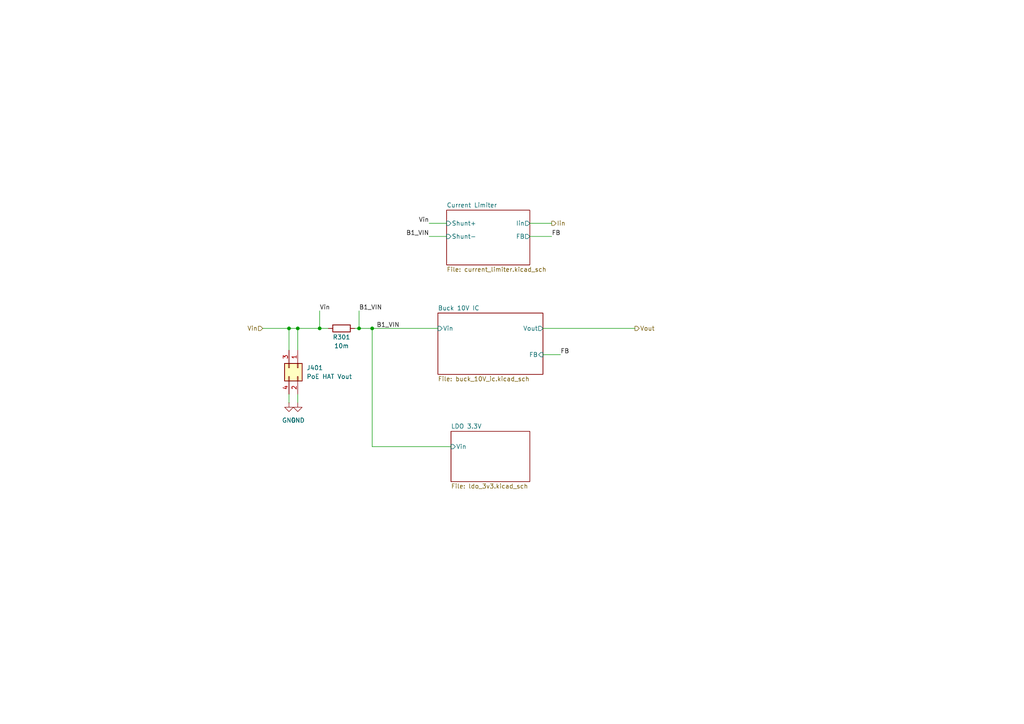
<source format=kicad_sch>
(kicad_sch (version 20250114) (generator "eeschema") (generator_version "9.0")
  (paper "A4")
  (title_block (title "HALPI2") (date "2025-01-26") (rev "v0.0.1") (company "Hat Labs Oy") (comment 1 "https://ohwr.org/cern_ohl_s_v2.pdf") (comment 2 "To view a copy of this license, visit ") (comment 3 "HALPI2 is licensed under CERN-OHL-S v2."))
  (lib_symbols
    (symbol "Connector_Generic:Conn_02x02_Odd_Even" (pin_names (offset 1.016) (hide yes))
      (property "Reference" "J" (at 1.27 2.54 0))
      (property "Value" "Conn_02x02_Odd_Even" (at 1.27 -5.08 0))
      (symbol "Conn_02x02_Odd_Even_1_1"
        (rectangle (start -1.27 1.27) (end 3.81 -3.81) (stroke (width 0.254)) (fill (type background)))
        (rectangle (start -1.27 0.127) (end 0 -0.127) (stroke (width 0.1524)))
        (rectangle (start -1.27 -2.413) (end 0 -2.667) (stroke (width 0.1524)))
        (rectangle (start 3.81 0.127) (end 2.54 -0.127) (stroke (width 0.1524)))
        (rectangle (start 3.81 -2.413) (end 2.54 -2.667) (stroke (width 0.1524)))
        (pin passive line (at -5.08 0 0) (length 3.81) (name "Pin_1") (number "1"))
        (pin passive line (at -5.08 -2.54 0) (length 3.81) (name "Pin_3") (number "3"))
        (pin passive line (at 7.62 0 180) (length 3.81) (name "Pin_2") (number "2"))
        (pin passive line (at 7.62 -2.54 180) (length 3.81) (name "Pin_4") (number "4"))
      )
    )
    (symbol "Device:R" (pin_numbers (hide yes)) (pin_names (offset 0))
      (property "Reference" "R" (at 2.032 0 90))
      (property "Value" "R" (at 0 0 90))
      (symbol "R_0_1"
        (rectangle (start -1.016 -2.54) (end 1.016 2.54) (stroke (width 0.254)))
      )
      (symbol "R_1_1"
        (pin passive line (at 0 3.81 270) (length 1.27) (name "~") (number "1"))
        (pin passive line (at 0 -3.81 90) (length 1.27) (name "~") (number "2"))
      )
    )
    (symbol "power:GND" (power) (pin_numbers (hide yes)) (pin_names (offset 0) (hide yes))
      (property "Value" "GND" (at 0 -3.81 0))
      (symbol "GND_0_1"
        (polyline (pts (xy 0 0) (xy 0 -1.27) (xy 1.27 -1.27) (xy 0 -2.54) (xy -1.27 -1.27) (xy 0 -1.27)))
      )
      (symbol "GND_1_1"
        (pin power_in line (at 0 0 270) (length 0) (name "~") (number "1"))
      )
    )
  )
  (junction (at 83.82 95.25))
  (junction (at 107.95 95.25))
  (junction (at 92.71 95.25))
  (junction (at 86.36 95.25))
  (junction (at 104.14 95.25))
  (wire (pts (xy 92.71 90.17) (xy 92.71 95.25)))
  (wire (pts (xy 104.14 95.25) (xy 107.95 95.25)))
  (wire (pts (xy 76.2 95.25) (xy 83.82 95.25)))
  (wire (pts (xy 83.82 114.3) (xy 83.82 116.84)))
  (wire (pts (xy 83.82 95.25) (xy 83.82 101.6)))
  (wire (pts (xy 157.48 95.25) (xy 184.15 95.25)))
  (wire (pts (xy 83.82 95.25) (xy 86.36 95.25)))
  (wire (pts (xy 107.95 129.54) (xy 130.81 129.54)))
  (wire (pts (xy 124.46 68.58) (xy 129.54 68.58)))
  (wire (pts (xy 86.36 95.25) (xy 86.36 101.6)))
  (wire (pts (xy 107.95 95.25) (xy 127 95.25)))
  (wire (pts (xy 107.95 129.54) (xy 107.95 95.25)))
  (wire (pts (xy 92.71 95.25) (xy 95.25 95.25)))
  (wire (pts (xy 124.46 64.77) (xy 129.54 64.77)))
  (wire (pts (xy 104.14 90.17) (xy 104.14 95.25)))
  (wire (pts (xy 153.67 68.58) (xy 160.02 68.58)))
  (wire (pts (xy 86.36 95.25) (xy 92.71 95.25)))
  (wire (pts (xy 157.48 102.87) (xy 162.56 102.87)))
  (wire (pts (xy 102.87 95.25) (xy 104.14 95.25)))
  (wire (pts (xy 86.36 114.3) (xy 86.36 116.84)))
  (wire (pts (xy 153.67 64.77) (xy 160.02 64.77)))
  (label "B1_VIN" (at 124.46 68.58 180))
  (label "B1_VIN" (at 104.14 90.17 0))
  (label "FB" (at 160.02 68.58 0))
  (label "Vin" (at 124.46 64.77 180))
  (label "FB" (at 162.56 102.87 0))
  (label "Vin" (at 92.71 90.17 0))
  (label "B1_VIN" (at 109.22 95.25 0))
  (hierarchical_label "Vout" (shape output) (at 184.15 95.25 0))
  (hierarchical_label "Iin" (shape output) (at 160.02 64.77 0))
  (hierarchical_label "Vin" (shape input) (at 76.2 95.25 180))
  (symbol (lib_id "Device:R") (at 99.06 95.25 270) (unit 1)
    (property "Reference" "R401" (at 99.06 97.79 90))
    (property "Value" "10m" (at 99.06 100.33 90))
    (property "Footprint" "Resistor_SMD:R_1206_3216Metric" (effects (hide yes)))
    (property "Description" "Resistor" (effects (hide yes)))
    (property "LCSC" "C105362" (effects (hide yes)))
    (instances (project "SH-RPi" (path "" (reference "R301") (unit 1))) (project "HALPI2" (path "" (reference "R401") (unit 1))))
  )
  (symbol (lib_id "Connector_Generic:Conn_02x02_Odd_Even") (at 86.36 106.68 270) (unit 1)
    (property "Reference" "J401" (at 88.9 106.6799 90) (effects (justify left)))
    (property "Value" "PoE HAT Vout" (at 88.9 109.2199 90) (effects (justify left)))
    (property "Footprint" "Connector_PinSocket_2.54mm:PinSocket_2x02_P2.54mm_Vertical" (effects (hide yes)))
    (property "Description" "Generic connector, double row, 02x02, odd/even pin numbering scheme (row 1 odd numbers, row 2 even numbers), script generated (kicad-library-utils/schlib/autogen/connector/)" (effects (hide yes)))
    (property "LCSC" "C2977590" (effects (hide yes)))
  )
  (symbol (lib_id "power:GND") (at 83.82 116.84 0) (unit 1)
    (property "Reference" "#PWR0401" (effects (hide yes)))
    (property "Value" "GND" (at 83.82 121.92 0))
    (property "Description" "Power symbol creates a global label with name \"GND\" , ground" (effects (hide yes)))
  )
  (symbol (lib_id "power:GND") (at 86.36 116.84 0) (unit 1)
    (property "Reference" "#PWR0402" (effects (hide yes)))
    (property "Value" "GND" (at 86.36 121.92 0))
    (property "Description" "Power symbol creates a global label with name \"GND\" , ground" (effects (hide yes)))
  )
  (sheet (at 130.81 125.095) (size 22.86 14.605) (stroke (width 0.1524))
    (property "Sheetname" "LDO 3.3V" (at 130.81 124.3834 0) (effects (justify left bottom)))
    (property "Sheetfile" "ldo_3v3.kicad_sch" (at 130.81 140.2846 0) (effects (justify left top)))
    (pin "Vin" input (at 130.81 129.54 180))
  )
  (sheet (at 127 90.805) (size 30.48 17.78) (stroke (width 0.1524))
    (property "Sheetname" "Buck 10V IC" (at 127 90.0934 0) (effects (justify left bottom)))
    (property "Sheetfile" "buck_10V_ic.kicad_sch" (at 127 109.1696 0) (effects (justify left top)))
    (pin "Vout" output (at 157.48 95.25 0))
    (pin "FB" input (at 157.48 102.87 0))
    (pin "Vin" input (at 127 95.25 180))
  )
  (sheet (at 129.54 60.96) (size 24.13 15.875) (stroke (width 0.1524))
    (property "Sheetname" "Current Limiter" (at 129.54 60.2484 0) (effects (justify left bottom)))
    (property "Sheetfile" "current_limiter.kicad_sch" (at 129.54 77.4196 0) (effects (justify left top)))
    (pin "Iin" output (at 153.67 64.77 0))
    (pin "Shunt-" input (at 129.54 68.58 180))
    (pin "Shunt+" input (at 129.54 64.77 180))
    (pin "FB" output (at 153.67 68.58 0))
  )
)
</source>
